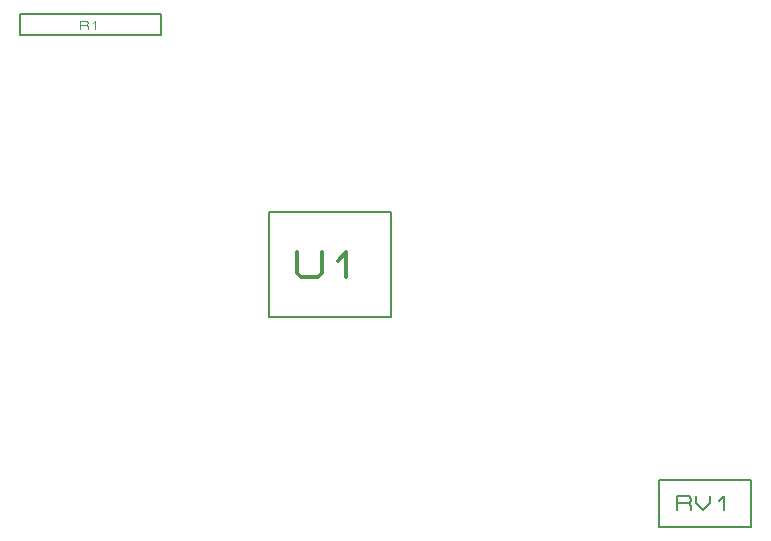
<source format=gbr>
G04 PROTEUS GERBER X2 FILE*
%TF.GenerationSoftware,Labcenter,Proteus,8.8-SP1-Build27031*%
%TF.CreationDate,2025-10-10T10:26:23+00:00*%
%TF.FileFunction,AssemblyDrawing,Top*%
%TF.FilePolarity,Positive*%
%TF.Part,Single*%
%TF.SameCoordinates,{8094492f-3ff1-471c-8339-2af907f7cf70}*%
%FSLAX45Y45*%
%MOMM*%
G01*
%TA.AperFunction,Material*%
%ADD15C,0.203200*%
%ADD70C,0.106680*%
%ADD71C,0.195580*%
%ADD20C,0.345440*%
%TD.AperFunction*%
D15*
X-2501900Y+4533766D02*
X-1308100Y+4533766D01*
X-1308100Y+4711566D01*
X-2501900Y+4711566D01*
X-2501900Y+4533766D01*
D70*
X-1990344Y+4590662D02*
X-1990344Y+4654670D01*
X-1937004Y+4654670D01*
X-1926336Y+4644002D01*
X-1926336Y+4633334D01*
X-1937004Y+4622666D01*
X-1990344Y+4622666D01*
X-1937004Y+4622666D02*
X-1926336Y+4611998D01*
X-1926336Y+4590662D01*
X-1883664Y+4633334D02*
X-1862328Y+4654670D01*
X-1862328Y+4590662D01*
D15*
X+2910840Y+370840D02*
X+3693160Y+370840D01*
X+3693160Y+772160D01*
X+2910840Y+772160D01*
X+2910840Y+370840D01*
D71*
X+3067304Y+512826D02*
X+3067304Y+630174D01*
X+3165094Y+630174D01*
X+3184652Y+610616D01*
X+3184652Y+591058D01*
X+3165094Y+571500D01*
X+3067304Y+571500D01*
X+3165094Y+571500D02*
X+3184652Y+551942D01*
X+3184652Y+512826D01*
X+3223768Y+630174D02*
X+3223768Y+571500D01*
X+3282442Y+512826D01*
X+3341116Y+571500D01*
X+3341116Y+630174D01*
X+3419348Y+591058D02*
X+3458464Y+630174D01*
X+3458464Y+512826D01*
D15*
X-391160Y+2146166D02*
X+645160Y+2146166D01*
X+645160Y+3035166D01*
X-391160Y+3035166D01*
X-391160Y+2146166D01*
D20*
X-149352Y+2694298D02*
X-149352Y+2521578D01*
X-114808Y+2487034D01*
X+23368Y+2487034D01*
X+57912Y+2521578D01*
X+57912Y+2694298D01*
X+196088Y+2625210D02*
X+265176Y+2694298D01*
X+265176Y+2487034D01*
M02*

</source>
